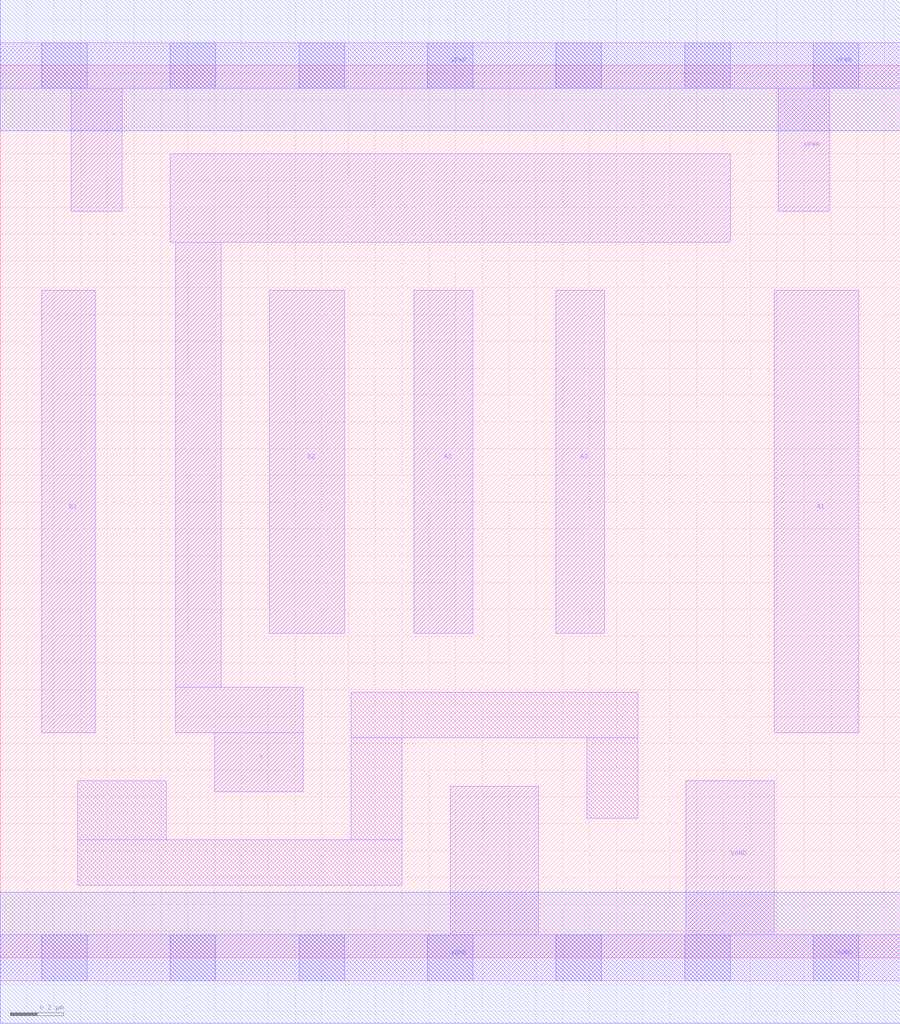
<source format=lef>
# Copyright 2020 The SkyWater PDK Authors
#
# Licensed under the Apache License, Version 2.0 (the "License");
# you may not use this file except in compliance with the License.
# You may obtain a copy of the License at
#
#     https://www.apache.org/licenses/LICENSE-2.0
#
# Unless required by applicable law or agreed to in writing, software
# distributed under the License is distributed on an "AS IS" BASIS,
# WITHOUT WARRANTIES OR CONDITIONS OF ANY KIND, either express or implied.
# See the License for the specific language governing permissions and
# limitations under the License.
#
# SPDX-License-Identifier: Apache-2.0

VERSION 5.7 ;
  NAMESCASESENSITIVE ON ;
  NOWIREEXTENSIONATPIN ON ;
  DIVIDERCHAR "/" ;
  BUSBITCHARS "[]" ;
UNITS
  DATABASE MICRONS 200 ;
END UNITS
MACRO sky130_fd_sc_lp__o32ai_m
  CLASS CORE ;
  SOURCE USER ;
  FOREIGN sky130_fd_sc_lp__o32ai_m ;
  ORIGIN  0.000000  0.000000 ;
  SIZE  3.360000 BY  3.330000 ;
  SYMMETRY X Y R90 ;
  SITE unit ;
  PIN A1
    ANTENNAGATEAREA  0.126000 ;
    DIRECTION INPUT ;
    USE SIGNAL ;
    PORT
      LAYER li1 ;
        RECT 2.890000 0.840000 3.205000 2.490000 ;
    END
  END A1
  PIN A2
    ANTENNAGATEAREA  0.126000 ;
    DIRECTION INPUT ;
    USE SIGNAL ;
    PORT
      LAYER li1 ;
        RECT 2.075000 1.210000 2.255000 2.490000 ;
    END
  END A2
  PIN A3
    ANTENNAGATEAREA  0.126000 ;
    DIRECTION INPUT ;
    USE SIGNAL ;
    PORT
      LAYER li1 ;
        RECT 1.545000 1.210000 1.765000 2.490000 ;
    END
  END A3
  PIN B1
    ANTENNAGATEAREA  0.126000 ;
    DIRECTION INPUT ;
    USE SIGNAL ;
    PORT
      LAYER li1 ;
        RECT 0.155000 0.840000 0.355000 2.490000 ;
    END
  END B1
  PIN B2
    ANTENNAGATEAREA  0.126000 ;
    DIRECTION INPUT ;
    USE SIGNAL ;
    PORT
      LAYER li1 ;
        RECT 1.005000 1.210000 1.285000 2.490000 ;
    END
  END B2
  PIN Y
    ANTENNADIFFAREA  0.235200 ;
    DIRECTION OUTPUT ;
    USE SIGNAL ;
    PORT
      LAYER li1 ;
        RECT 0.635000 2.670000 2.725000 3.000000 ;
        RECT 0.655000 0.840000 1.130000 1.010000 ;
        RECT 0.655000 1.010000 0.825000 2.670000 ;
        RECT 0.800000 0.620000 1.130000 0.840000 ;
    END
  END Y
  PIN VGND
    DIRECTION INOUT ;
    USE GROUND ;
    PORT
      LAYER li1 ;
        RECT 0.000000 -0.085000 3.360000 0.085000 ;
        RECT 1.680000  0.085000 2.010000 0.640000 ;
        RECT 2.560000  0.085000 2.890000 0.660000 ;
      LAYER mcon ;
        RECT 0.155000 -0.085000 0.325000 0.085000 ;
        RECT 0.635000 -0.085000 0.805000 0.085000 ;
        RECT 1.115000 -0.085000 1.285000 0.085000 ;
        RECT 1.595000 -0.085000 1.765000 0.085000 ;
        RECT 2.075000 -0.085000 2.245000 0.085000 ;
        RECT 2.555000 -0.085000 2.725000 0.085000 ;
        RECT 3.035000 -0.085000 3.205000 0.085000 ;
      LAYER met1 ;
        RECT 0.000000 -0.245000 3.360000 0.245000 ;
    END
  END VGND
  PIN VPWR
    DIRECTION INOUT ;
    USE POWER ;
    PORT
      LAYER li1 ;
        RECT 0.000000 3.245000 3.360000 3.415000 ;
        RECT 0.265000 2.785000 0.455000 3.245000 ;
        RECT 2.905000 2.785000 3.095000 3.245000 ;
      LAYER mcon ;
        RECT 0.155000 3.245000 0.325000 3.415000 ;
        RECT 0.635000 3.245000 0.805000 3.415000 ;
        RECT 1.115000 3.245000 1.285000 3.415000 ;
        RECT 1.595000 3.245000 1.765000 3.415000 ;
        RECT 2.075000 3.245000 2.245000 3.415000 ;
        RECT 2.555000 3.245000 2.725000 3.415000 ;
        RECT 3.035000 3.245000 3.205000 3.415000 ;
      LAYER met1 ;
        RECT 0.000000 3.085000 3.360000 3.575000 ;
    END
  END VPWR
  OBS
    LAYER li1 ;
      RECT 0.290000 0.270000 1.500000 0.440000 ;
      RECT 0.290000 0.440000 0.620000 0.660000 ;
      RECT 1.310000 0.440000 1.500000 0.820000 ;
      RECT 1.310000 0.820000 2.380000 0.990000 ;
      RECT 2.190000 0.520000 2.380000 0.820000 ;
  END
END sky130_fd_sc_lp__o32ai_m

</source>
